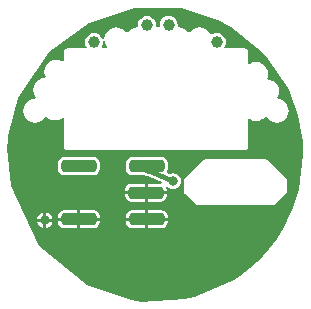
<source format=gtl>
G04 Layer_Physical_Order=1*
G04 Layer_Color=255*
%FSLAX25Y25*%
%MOIN*%
G70*
G01*
G75*
G04:AMPARAMS|DCode=10|XSize=118.11mil|YSize=39.37mil|CornerRadius=9.84mil|HoleSize=0mil|Usage=FLASHONLY|Rotation=0.000|XOffset=0mil|YOffset=0mil|HoleType=Round|Shape=RoundedRectangle|*
%AMROUNDEDRECTD10*
21,1,0.11811,0.01969,0,0,0.0*
21,1,0.09843,0.03937,0,0,0.0*
1,1,0.01969,0.04921,-0.00984*
1,1,0.01969,-0.04921,-0.00984*
1,1,0.01969,-0.04921,0.00984*
1,1,0.01969,0.04921,0.00984*
%
%ADD10ROUNDEDRECTD10*%
%ADD11C,0.01575*%
%ADD12C,0.03150*%
%ADD13C,0.03937*%
G36*
X8376Y48719D02*
X11701Y47982D01*
X20739Y44807D01*
X24489Y42855D01*
X25166Y42423D01*
X35534Y34114D01*
X37491Y31978D01*
X43994Y22029D01*
X44548Y20964D01*
X46197Y16984D01*
X47442Y13036D01*
X48998Y4125D01*
X49174Y98D01*
X49161Y-205D01*
X47724Y-11634D01*
X47492Y-12680D01*
X46197Y-16788D01*
X45547Y-18357D01*
X42374Y-24879D01*
X40246Y-28220D01*
X37624Y-31637D01*
X35576Y-33871D01*
X33561Y-35868D01*
X31538Y-37722D01*
X28121Y-40344D01*
X25886Y-41768D01*
X13702Y-47237D01*
X12581Y-47590D01*
X9639Y-48243D01*
X-4896Y-49033D01*
X-7796Y-48651D01*
X-23031Y-43602D01*
X-38878Y-30512D01*
X-48130Y-10335D01*
X-49484Y2021D01*
X-49380Y4401D01*
X-49147Y6171D01*
X-45867Y18730D01*
X-45375Y19917D01*
X-35630Y34154D01*
X-22343Y43898D01*
X-6791Y48720D01*
X6457Y48972D01*
X8376Y48719D01*
D02*
G37*
%LPC*%
G36*
X-37508Y-19335D02*
X-37680Y-19358D01*
X-38306Y-19617D01*
X-38844Y-20030D01*
X-39257Y-20568D01*
X-39516Y-21194D01*
X-39539Y-21366D01*
X-37508D01*
Y-19335D01*
D02*
G37*
G36*
X-34477Y-22366D02*
X-36508D01*
Y-24397D01*
X-36336Y-24375D01*
X-35709Y-24115D01*
X-35171Y-23702D01*
X-34759Y-23165D01*
X-34499Y-22538D01*
X-34477Y-22366D01*
D02*
G37*
G36*
X-26189Y-18548D02*
X-30610D01*
X-31384Y-18702D01*
X-32041Y-19140D01*
X-32479Y-19797D01*
X-32633Y-20571D01*
Y-21055D01*
X-26189D01*
Y-18548D01*
D02*
G37*
G36*
X-36508Y-19335D02*
Y-21366D01*
X-34477D01*
X-34499Y-21194D01*
X-34759Y-20568D01*
X-35171Y-20030D01*
X-35709Y-19617D01*
X-36336Y-19358D01*
X-36508Y-19335D01*
D02*
G37*
G36*
X-37508Y-22366D02*
X-39539D01*
X-39516Y-22538D01*
X-39257Y-23165D01*
X-38844Y-23702D01*
X-38306Y-24115D01*
X-37680Y-24375D01*
X-37508Y-24397D01*
Y-22366D01*
D02*
G37*
G36*
X-18745Y-22055D02*
X-25189D01*
Y-24563D01*
X-20768D01*
X-19994Y-24408D01*
X-19337Y-23970D01*
X-18899Y-23314D01*
X-18745Y-22539D01*
Y-22055D01*
D02*
G37*
G36*
X-26189D02*
X-32633D01*
Y-22539D01*
X-32479Y-23314D01*
X-32041Y-23970D01*
X-31384Y-24408D01*
X-30610Y-24563D01*
X-26189D01*
Y-22055D01*
D02*
G37*
G36*
X3893D02*
X-2551D01*
Y-24563D01*
X1870D01*
X2644Y-24408D01*
X3301Y-23970D01*
X3739Y-23314D01*
X3893Y-22539D01*
Y-22055D01*
D02*
G37*
G36*
X-3551D02*
X-9996D01*
Y-22539D01*
X-9842Y-23314D01*
X-9403Y-23970D01*
X-8747Y-24408D01*
X-7972Y-24563D01*
X-3551D01*
Y-22055D01*
D02*
G37*
G36*
X-3748Y-9689D02*
X-8169D01*
X-8944Y-9843D01*
X-9600Y-10282D01*
X-10038Y-10938D01*
X-10192Y-11713D01*
Y-12197D01*
X-3748D01*
Y-9689D01*
D02*
G37*
G36*
X3696Y-13197D02*
X-2748D01*
Y-15704D01*
X1673D01*
X2447Y-15550D01*
X3104Y-15112D01*
X3542Y-14455D01*
X3696Y-13681D01*
Y-13197D01*
D02*
G37*
G36*
X1870Y-831D02*
X-7972D01*
X-8747Y-985D01*
X-9403Y-1424D01*
X-9842Y-2080D01*
X-9996Y-2854D01*
Y-4823D01*
X-9842Y-5597D01*
X-9403Y-6253D01*
X-8747Y-6692D01*
X-7972Y-6846D01*
X-3799D01*
X-3760Y-6862D01*
X-3760Y-6862D01*
X-3412Y-7007D01*
X-3412Y-7007D01*
X-3412Y-7007D01*
X-3063Y-7151D01*
X-2736Y-7287D01*
X-2735Y-7287D01*
X-2735Y-7287D01*
X-2715Y-7296D01*
X-2715Y-7296D01*
X1967Y-9238D01*
X1821Y-9719D01*
X1673Y-9689D01*
X-2748D01*
Y-12197D01*
X3696D01*
Y-11713D01*
X3542Y-10938D01*
X3963Y-10684D01*
X3971Y-10695D01*
X4509Y-11107D01*
X5135Y-11367D01*
X5807Y-11455D01*
X6479Y-11367D01*
X7106Y-11107D01*
X7643Y-10695D01*
X8056Y-10157D01*
X8316Y-9530D01*
X8404Y-8858D01*
X8316Y-8186D01*
X8056Y-7560D01*
X7643Y-7022D01*
X7106Y-6609D01*
X6479Y-6350D01*
X5807Y-6261D01*
X5135Y-6350D01*
X4825Y-6478D01*
X3878Y-6085D01*
X3733Y-5606D01*
X3739Y-5597D01*
X3893Y-4823D01*
Y-2854D01*
X3739Y-2080D01*
X3301Y-1424D01*
X2644Y-985D01*
X1870Y-831D01*
D02*
G37*
G36*
X4232Y46301D02*
X3457Y46199D01*
X2735Y45900D01*
X2115Y45424D01*
X1639Y44804D01*
X1340Y44082D01*
X1238Y43307D01*
X1292Y42896D01*
X915Y42511D01*
X379Y42504D01*
X-1Y42885D01*
X41Y43209D01*
X-61Y43984D01*
X-360Y44706D01*
X-836Y45326D01*
X-1456Y45802D01*
X-2178Y46101D01*
X-2953Y46203D01*
X-3728Y46101D01*
X-4450Y45802D01*
X-5070Y45326D01*
X-5546Y44706D01*
X-5845Y43984D01*
X-5947Y43209D01*
X-5911Y42933D01*
X-6234Y42471D01*
X-6307Y42461D01*
X-7265Y42335D01*
X-8227Y41937D01*
X-9053Y41303D01*
X-9380Y40877D01*
X-10010D01*
X-10337Y41303D01*
X-11163Y41937D01*
X-12124Y42335D01*
X-13156Y42471D01*
X-14188Y42335D01*
X-15150Y41937D01*
X-15975Y41303D01*
X-16609Y40478D01*
X-17007Y39516D01*
X-17143Y38484D01*
X-17007Y37452D01*
X-16609Y36491D01*
X-16136Y35874D01*
X-16382Y35374D01*
X-17830D01*
X-18077Y35874D01*
X-17978Y36003D01*
X-17679Y36725D01*
X-17577Y37500D01*
X-17679Y38275D01*
X-17978Y38997D01*
X-18454Y39617D01*
X-19074Y40093D01*
X-19796Y40392D01*
X-20571Y40494D01*
X-21346Y40392D01*
X-22068Y40093D01*
X-22688Y39617D01*
X-23164Y38997D01*
X-23463Y38275D01*
X-23565Y37500D01*
X-23463Y36725D01*
X-23164Y36003D01*
X-23065Y35874D01*
X-23311Y35374D01*
X-29528D01*
X-29994Y35281D01*
X-30390Y35016D01*
X-30655Y34620D01*
X-30748Y34154D01*
Y31335D01*
X-31248Y31140D01*
X-32137Y31508D01*
X-33169Y31644D01*
X-34201Y31508D01*
X-35163Y31110D01*
X-35988Y30477D01*
X-36622Y29651D01*
X-37020Y28689D01*
X-37156Y27657D01*
X-37020Y26626D01*
X-36773Y26028D01*
X-36808Y25905D01*
X-37102Y25517D01*
X-37941Y25406D01*
X-38903Y25008D01*
X-39729Y24374D01*
X-40362Y23549D01*
X-40760Y22587D01*
X-40896Y21555D01*
X-40760Y20523D01*
X-40362Y19562D01*
X-39944Y19017D01*
X-40215Y18548D01*
X-40256Y18554D01*
X-41288Y18418D01*
X-42249Y18020D01*
X-43075Y17386D01*
X-43709Y16560D01*
X-44107Y15599D01*
X-44243Y14567D01*
X-44107Y13535D01*
X-43709Y12573D01*
X-43075Y11748D01*
X-42249Y11114D01*
X-41288Y10716D01*
X-40256Y10580D01*
X-39224Y10716D01*
X-38263Y11114D01*
X-37437Y11748D01*
X-36885Y12467D01*
X-36593Y12564D01*
X-36272Y12549D01*
X-35556Y12000D01*
X-34595Y11602D01*
X-33563Y11466D01*
X-32531Y11602D01*
X-31570Y12000D01*
X-31196Y12286D01*
X-30748Y12065D01*
Y2657D01*
X-30655Y2190D01*
X-30390Y1795D01*
X-29994Y1530D01*
X-29528Y1437D01*
X29528D01*
X29994Y1530D01*
X30390Y1795D01*
X30655Y2190D01*
X30748Y2657D01*
Y11694D01*
X31196Y11916D01*
X31471Y11705D01*
X32433Y11306D01*
X33465Y11171D01*
X34496Y11306D01*
X35458Y11705D01*
X36284Y12338D01*
X36434Y12534D01*
X36998Y12448D01*
X37535Y11748D01*
X38361Y11114D01*
X39323Y10716D01*
X40354Y10580D01*
X41386Y10716D01*
X42348Y11114D01*
X43174Y11748D01*
X43807Y12573D01*
X44205Y13535D01*
X44341Y14567D01*
X44205Y15599D01*
X43807Y16560D01*
X43174Y17386D01*
X42348Y18020D01*
X41386Y18418D01*
X40753Y18501D01*
X40532Y19035D01*
X40559Y19070D01*
X40957Y20031D01*
X41093Y21063D01*
X40957Y22095D01*
X40559Y23056D01*
X39925Y23882D01*
X39100Y24516D01*
X38138Y24914D01*
X37415Y25009D01*
X37086Y25523D01*
X37217Y25838D01*
X37353Y26870D01*
X37217Y27902D01*
X36819Y28863D01*
X36185Y29689D01*
X35360Y30323D01*
X34398Y30721D01*
X33366Y30857D01*
X32334Y30721D01*
X31373Y30323D01*
X31196Y30187D01*
X30748Y30409D01*
Y34154D01*
X30655Y34620D01*
X30390Y35016D01*
X29994Y35281D01*
X29528Y35374D01*
X23114D01*
X22868Y35874D01*
X22967Y36003D01*
X23266Y36725D01*
X23368Y37500D01*
X23266Y38275D01*
X22967Y38997D01*
X22491Y39617D01*
X21871Y40093D01*
X21149Y40392D01*
X20374Y40494D01*
X19599Y40392D01*
X18877Y40093D01*
X18648Y39917D01*
X18165Y40047D01*
X17987Y40478D01*
X17353Y41303D01*
X16527Y41937D01*
X15566Y42335D01*
X14534Y42471D01*
X13502Y42335D01*
X12541Y41937D01*
X11715Y41303D01*
X11388Y40877D01*
X10758D01*
X10431Y41303D01*
X9605Y41937D01*
X8643Y42335D01*
X7611Y42471D01*
X7175Y42918D01*
X7226Y43307D01*
X7124Y44082D01*
X6825Y44804D01*
X6349Y45424D01*
X5729Y45900D01*
X5007Y46199D01*
X4232Y46301D01*
D02*
G37*
G36*
X-20768Y-831D02*
X-30610D01*
X-31384Y-985D01*
X-32041Y-1424D01*
X-32479Y-2080D01*
X-32633Y-2854D01*
Y-4823D01*
X-32479Y-5597D01*
X-32041Y-6253D01*
X-31384Y-6692D01*
X-30610Y-6846D01*
X-20768D01*
X-19994Y-6692D01*
X-19337Y-6253D01*
X-18899Y-5597D01*
X-18745Y-4823D01*
Y-2854D01*
X-18899Y-2080D01*
X-19337Y-1424D01*
X-19994Y-985D01*
X-20768Y-831D01*
D02*
G37*
G36*
X-3551Y-18548D02*
X-7972D01*
X-8747Y-18702D01*
X-9403Y-19140D01*
X-9842Y-19797D01*
X-9996Y-20571D01*
Y-21055D01*
X-3551D01*
Y-18548D01*
D02*
G37*
G36*
X-20768D02*
X-25189D01*
Y-21055D01*
X-18745D01*
Y-20571D01*
X-18899Y-19797D01*
X-19337Y-19140D01*
X-19994Y-18702D01*
X-20768Y-18548D01*
D02*
G37*
G36*
X1870D02*
X-2551D01*
Y-21055D01*
X3893D01*
Y-20571D01*
X3739Y-19797D01*
X3301Y-19140D01*
X2644Y-18702D01*
X1870Y-18548D01*
D02*
G37*
G36*
X-3748Y-13197D02*
X-10192D01*
Y-13681D01*
X-10038Y-14455D01*
X-9600Y-15112D01*
X-8944Y-15550D01*
X-8169Y-15704D01*
X-3748D01*
Y-13197D01*
D02*
G37*
G36*
X36720Y-1641D02*
X16430D01*
X16201Y-1687D01*
X15972Y-1730D01*
X15968Y-1733D01*
X15963Y-1734D01*
X15769Y-1863D01*
X15574Y-1991D01*
X9774Y-7693D01*
X9771Y-7697D01*
X9767Y-7700D01*
X9638Y-7893D01*
X9506Y-8086D01*
X9505Y-8092D01*
X9503Y-8096D01*
X9457Y-8325D01*
X9410Y-8553D01*
X9411Y-8558D01*
X9410Y-8563D01*
Y-12205D01*
X9503Y-12672D01*
X9767Y-13068D01*
X13015Y-16316D01*
X13411Y-16580D01*
X13878Y-16673D01*
X39272D01*
X39739Y-16580D01*
X40135Y-16316D01*
X43481Y-12969D01*
X43745Y-12573D01*
X43838Y-12106D01*
Y-8760D01*
X43745Y-8293D01*
X43481Y-7897D01*
X37583Y-1999D01*
X37187Y-1734D01*
X36720Y-1641D01*
D02*
G37*
%LPD*%
D10*
X-3248Y-12697D02*
D03*
X-3051Y-3839D02*
D03*
Y-21555D02*
D03*
X-25689Y-3839D02*
D03*
Y-21555D02*
D03*
D11*
X-3345Y-5061D02*
X-3340Y-5063D01*
X-3375Y-5049D02*
X-3345Y-5061D01*
X-2017Y-5612D02*
X5807Y-8858D01*
X-2037Y-5604D02*
X-2017Y-5612D01*
X-2365Y-5468D02*
X-2037Y-5604D01*
X-2713Y-5323D02*
X-2365Y-5468D01*
X-3062Y-5179D02*
X-2713Y-5323D01*
X-3271Y-5092D02*
X-3062Y-5179D01*
X-3410Y-5034D02*
X-3375Y-5049D01*
X-3410Y-5034D02*
X-3410Y-5034D01*
X-3410Y-5034D02*
X-3410D01*
X-3445Y-5020D02*
X-3410Y-5034D01*
X-3375Y-5049D02*
X-3375Y-5049D01*
X-3306Y-5078D02*
X-3271Y-5092D01*
X-3306Y-5077D02*
X-3306Y-5078D01*
X-3306Y-5077D02*
X-3306Y-5077D01*
X-3340Y-5063D02*
X-3306Y-5077D01*
D12*
X-37008Y-21866D02*
D03*
X5807Y-8858D02*
D03*
D13*
X20374Y37500D02*
D03*
X-20571D02*
D03*
X-2953Y43209D02*
D03*
X4232Y43307D02*
D03*
M02*

</source>
